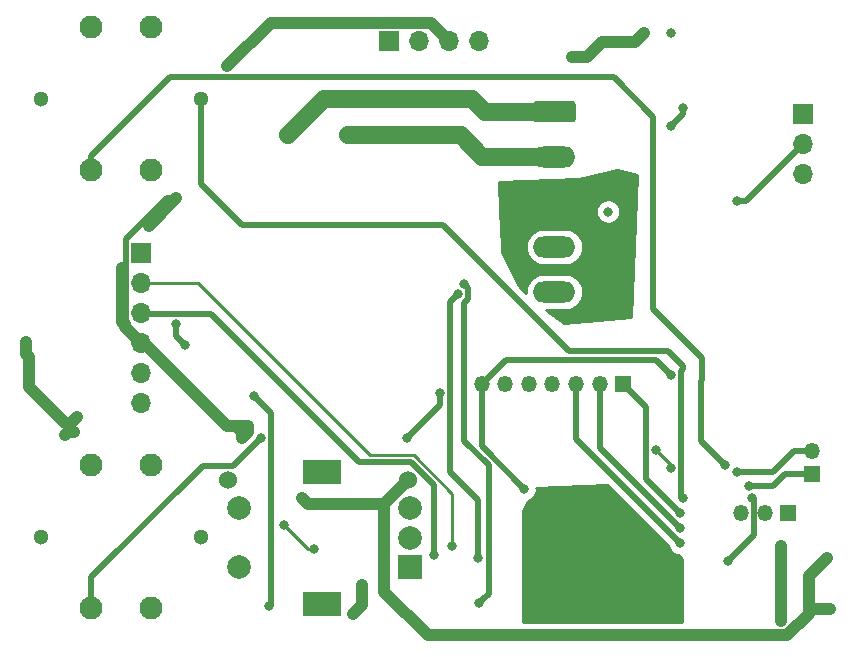
<source format=gbr>
%TF.GenerationSoftware,KiCad,Pcbnew,(5.1.6)-1*%
%TF.CreationDate,2022-02-08T04:05:35+01:00*%
%TF.ProjectId,Thermostat,54686572-6d6f-4737-9461-742e6b696361,rev?*%
%TF.SameCoordinates,Original*%
%TF.FileFunction,Copper,L2,Bot*%
%TF.FilePolarity,Positive*%
%FSLAX46Y46*%
G04 Gerber Fmt 4.6, Leading zero omitted, Abs format (unit mm)*
G04 Created by KiCad (PCBNEW (5.1.6)-1) date 2022-02-08 04:05:35*
%MOMM*%
%LPD*%
G01*
G04 APERTURE LIST*
%TA.AperFunction,ComponentPad*%
%ADD10C,1.300000*%
%TD*%
%TA.AperFunction,ComponentPad*%
%ADD11C,1.950000*%
%TD*%
%TA.AperFunction,ComponentPad*%
%ADD12O,1.350000X1.350000*%
%TD*%
%TA.AperFunction,ComponentPad*%
%ADD13R,1.350000X1.350000*%
%TD*%
%TA.AperFunction,ComponentPad*%
%ADD14O,1.700000X1.700000*%
%TD*%
%TA.AperFunction,ComponentPad*%
%ADD15R,1.700000X1.700000*%
%TD*%
%TA.AperFunction,ComponentPad*%
%ADD16C,1.524000*%
%TD*%
%TA.AperFunction,ComponentPad*%
%ADD17R,2.000000X2.000000*%
%TD*%
%TA.AperFunction,ComponentPad*%
%ADD18C,2.000000*%
%TD*%
%TA.AperFunction,ComponentPad*%
%ADD19R,3.200000X2.000000*%
%TD*%
%TA.AperFunction,ComponentPad*%
%ADD20O,3.600000X1.800000*%
%TD*%
%TA.AperFunction,ViaPad*%
%ADD21C,0.800000*%
%TD*%
%TA.AperFunction,Conductor*%
%ADD22C,0.250000*%
%TD*%
%TA.AperFunction,Conductor*%
%ADD23C,1.000000*%
%TD*%
%TA.AperFunction,Conductor*%
%ADD24C,0.500000*%
%TD*%
%TA.AperFunction,Conductor*%
%ADD25C,1.500000*%
%TD*%
%TA.AperFunction,Conductor*%
%ADD26C,0.254000*%
%TD*%
G04 APERTURE END LIST*
D10*
%TO.P,S2,MH4*%
%TO.N,LEDDown*%
X80556000Y-87588000D03*
%TO.P,S2,MH3*%
%TO.N,Net-(R9-Pad1)*%
X67056000Y-87588000D03*
D11*
%TO.P,S2,C4*%
%TO.N,Net-(S2-PadC4)*%
X76306000Y-93638000D03*
%TO.P,S2,C3*%
%TO.N,DOWN*%
X71306000Y-93638000D03*
%TO.P,S2,C2*%
%TO.N,GND*%
X76306000Y-81538000D03*
%TO.P,S2,C1*%
X71306000Y-81538000D03*
%TD*%
D10*
%TO.P,S1,MH4*%
%TO.N,LEDUP*%
X80556000Y-50504000D03*
%TO.P,S1,MH3*%
%TO.N,Net-(R10-Pad1)*%
X67056000Y-50504000D03*
D11*
%TO.P,S1,C4*%
%TO.N,Net-(S1-PadC4)*%
X76306000Y-56554000D03*
%TO.P,S1,C3*%
%TO.N,UP*%
X71306000Y-56554000D03*
%TO.P,S1,C2*%
%TO.N,GND*%
X76306000Y-44454000D03*
%TO.P,S1,C1*%
X71306000Y-44454000D03*
%TD*%
D12*
%TO.P,J6,3*%
%TO.N,GPIO34*%
X126302000Y-85598000D03*
%TO.P,J6,2*%
%TO.N,GPIO39*%
X128302000Y-85598000D03*
D13*
%TO.P,J6,1*%
%TO.N,GPIO36*%
X130302000Y-85598000D03*
%TD*%
D12*
%TO.P,J5,2*%
%TO.N,GPIO27*%
X132334000Y-80296000D03*
D13*
%TO.P,J5,1*%
%TO.N,GPIO26*%
X132334000Y-82296000D03*
%TD*%
D12*
%TO.P,J4,7*%
%TO.N,DHT*%
X104332000Y-74676000D03*
%TO.P,J4,6*%
%TO.N,GPIO4*%
X106332000Y-74676000D03*
%TO.P,J4,5*%
%TO.N,GPIO2*%
X108332000Y-74676000D03*
%TO.P,J4,4*%
%TO.N,GPIO15*%
X110332000Y-74676000D03*
%TO.P,J4,3*%
%TO.N,GPIO35*%
X112332000Y-74676000D03*
%TO.P,J4,2*%
%TO.N,GPIO32*%
X114332000Y-74676000D03*
D13*
%TO.P,J4,1*%
%TO.N,GPIO33*%
X116332000Y-74676000D03*
%TD*%
D14*
%TO.P,J7,3*%
%TO.N,+3V3*%
X131572000Y-56896000D03*
%TO.P,J7,2*%
%TO.N,DHT*%
X131572000Y-54356000D03*
D15*
%TO.P,J7,1*%
%TO.N,GND*%
X131572000Y-51816000D03*
%TD*%
D16*
%TO.P,U2,2*%
%TO.N,GND*%
X82880000Y-82810000D03*
%TO.P,U2,3*%
%TO.N,+3V3*%
X98120000Y-82810000D03*
%TO.P,U2,1*%
%TO.N,AC_L*%
X87960000Y-53600000D03*
%TO.P,U2,0*%
%TO.N,AC_N*%
X93040000Y-53600000D03*
%TD*%
D17*
%TO.P,SW1,A*%
%TO.N,ROTA*%
X98298000Y-90170000D03*
D18*
%TO.P,SW1,C*%
%TO.N,GND*%
X98298000Y-87670000D03*
%TO.P,SW1,B*%
%TO.N,ROTB*%
X98298000Y-85170000D03*
D19*
%TO.P,SW1,MP*%
%TO.N,N/C*%
X90798000Y-93270000D03*
X90798000Y-82070000D03*
D18*
%TO.P,SW1,S2*%
%TO.N,RotarySwitch*%
X83798000Y-90170000D03*
%TO.P,SW1,S1*%
%TO.N,GND*%
X83798000Y-85170000D03*
%TD*%
D14*
%TO.P,J3,6*%
%TO.N,GND*%
X75500000Y-76300000D03*
%TO.P,J3,5*%
%TO.N,RTS*%
X75500000Y-73760000D03*
%TO.P,J3,4*%
%TO.N,+3V3*%
X75500000Y-71220000D03*
%TO.P,J3,3*%
%TO.N,USART_RX*%
X75500000Y-68680000D03*
%TO.P,J3,2*%
%TO.N,USART_TX*%
X75500000Y-66140000D03*
D15*
%TO.P,J3,1*%
%TO.N,DTR*%
X75500000Y-63600000D03*
%TD*%
D14*
%TO.P,J2,4*%
%TO.N,GND*%
X104120000Y-45600000D03*
%TO.P,J2,3*%
%TO.N,+3V3*%
X101580000Y-45600000D03*
%TO.P,J2,2*%
%TO.N,SCL*%
X99040000Y-45600000D03*
D15*
%TO.P,J2,1*%
%TO.N,SDA*%
X96500000Y-45600000D03*
%TD*%
D20*
%TO.P,J1,5*%
%TO.N,Load_N*%
X110500000Y-66840000D03*
%TO.P,J1,4*%
%TO.N,Load_L*%
X110500000Y-63030000D03*
%TO.P,J1,3*%
%TO.N,Earth*%
X110500000Y-59220000D03*
%TO.P,J1,2*%
%TO.N,AC_N*%
X110500000Y-55410000D03*
%TO.P,J1,1*%
%TO.N,AC_L*%
%TA.AperFunction,ComponentPad*%
G36*
G01*
X108950000Y-50700000D02*
X112050000Y-50700000D01*
G75*
G02*
X112300000Y-50950000I0J-250000D01*
G01*
X112300000Y-52250000D01*
G75*
G02*
X112050000Y-52500000I-250000J0D01*
G01*
X108950000Y-52500000D01*
G75*
G02*
X108700000Y-52250000I0J250000D01*
G01*
X108700000Y-50950000D01*
G75*
G02*
X108950000Y-50700000I250000J0D01*
G01*
G37*
%TD.AperFunction*%
%TD*%
D21*
%TO.N,GND*%
X129726000Y-94746000D03*
X129726000Y-88396000D03*
X119126000Y-80264000D03*
X120396000Y-81788000D03*
X87630000Y-86614000D03*
X90170000Y-88646000D03*
X93472000Y-94213001D03*
X94234000Y-91694000D03*
X69088000Y-77978000D03*
X66040000Y-73152000D03*
X116586000Y-45720000D03*
X113284000Y-46990000D03*
X70104000Y-77470000D03*
X69850000Y-78740000D03*
X69088000Y-78994000D03*
X65786000Y-72136000D03*
X65786000Y-71120000D03*
X112014000Y-46990000D03*
X118110000Y-44958000D03*
X120396000Y-44958000D03*
X109982000Y-84328000D03*
X111252000Y-84328000D03*
X113030000Y-84328000D03*
X114554000Y-84328000D03*
X109728000Y-85598000D03*
X108966000Y-87630000D03*
X108966000Y-90424000D03*
X108966000Y-92710000D03*
X109172500Y-93932500D03*
X110998000Y-94234000D03*
X114046000Y-94234000D03*
X116332000Y-93726000D03*
X118872000Y-94234000D03*
X120142000Y-93472000D03*
X119634000Y-89662000D03*
X118872000Y-87884000D03*
X111760000Y-87376000D03*
X111252000Y-90932000D03*
X111252000Y-92710000D03*
X115062000Y-91948000D03*
X117348000Y-92202000D03*
%TO.N,+3V3*%
X82804000Y-47752000D03*
X78486000Y-58928000D03*
X83566000Y-78232000D03*
X89662000Y-84836000D03*
X132080000Y-93980000D03*
X133604000Y-89408000D03*
X84074000Y-79248000D03*
X89154000Y-84328000D03*
X84582000Y-78232000D03*
X133795020Y-93726000D03*
%TO.N,RESET*%
X85090000Y-75692000D03*
X86360000Y-93472000D03*
%TO.N,Load_L*%
X115050000Y-60060000D03*
%TO.N,SCL*%
X104140000Y-93218000D03*
X102804989Y-66159471D03*
%TO.N,SDA*%
X102362000Y-67056000D03*
X104072000Y-89412000D03*
%TO.N,USART_RX*%
X100330000Y-89154000D03*
%TO.N,USART_TX*%
X101854000Y-88392000D03*
%TO.N,BOOT*%
X79248000Y-71374000D03*
X78486000Y-69596000D03*
%TO.N,Net-(R4-Pad1)*%
X120396000Y-52832000D03*
X121412000Y-51308000D03*
%TO.N,DOWN*%
X100838000Y-75438000D03*
X98044000Y-79248000D03*
X85635000Y-79248000D03*
%TO.N,UP*%
X124968000Y-81534000D03*
%TO.N,GPIO39*%
X125196460Y-89636460D03*
X127254000Y-84328000D03*
%TO.N,GPIO35*%
X121158000Y-88138000D03*
%TO.N,GPIO33*%
X121158000Y-85598000D03*
%TO.N,GPIO32*%
X121158000Y-86868000D03*
%TO.N,GPIO27*%
X125948979Y-82077021D03*
%TO.N,GPIO26*%
X127000000Y-83312000D03*
%TO.N,LEDUP*%
X121412000Y-84328000D03*
%TO.N,Earth*%
X115316000Y-57658000D03*
X115062000Y-61468000D03*
X106934000Y-58420000D03*
X106680000Y-60452000D03*
%TO.N,DHT*%
X125984000Y-59182000D03*
X120396000Y-73914000D03*
X107950000Y-83566000D03*
%TD*%
D22*
%TO.N,GND*%
X119126000Y-80264000D02*
X120396000Y-81534000D01*
X120396000Y-81534000D02*
X120396000Y-81788000D01*
X87630000Y-86614000D02*
X89662000Y-88646000D01*
X89662000Y-88646000D02*
X90170000Y-88646000D01*
X93472000Y-94213001D02*
X94234000Y-93451001D01*
X94234000Y-93451001D02*
X94234000Y-91694000D01*
D23*
X94234000Y-93350991D02*
X93472000Y-94112991D01*
X94234000Y-91694000D02*
X94234000Y-93350991D01*
X66040000Y-74930000D02*
X66040000Y-73152000D01*
X69088000Y-77978000D02*
X66040000Y-74930000D01*
X69088000Y-77978000D02*
X69596000Y-77978000D01*
X69596000Y-77978000D02*
X70104000Y-77470000D01*
X69342000Y-78740000D02*
X69088000Y-78994000D01*
X69850000Y-78740000D02*
X69342000Y-78740000D01*
X66040000Y-73152000D02*
X66040000Y-72390000D01*
X66040000Y-72390000D02*
X65786000Y-72136000D01*
X65786000Y-71120000D02*
X65786000Y-72136000D01*
X114554000Y-45720000D02*
X113284000Y-46990000D01*
X116586000Y-45720000D02*
X114554000Y-45720000D01*
X113284000Y-46990000D02*
X112014000Y-46990000D01*
X116586000Y-45720000D02*
X117348000Y-45720000D01*
X117348000Y-45720000D02*
X118110000Y-44958000D01*
X129726000Y-88396000D02*
X129726000Y-94746000D01*
D24*
%TO.N,+3V3*%
X74199999Y-69919999D02*
X75500000Y-71220000D01*
X74199999Y-62389999D02*
X74199999Y-69919999D01*
X77661998Y-58928000D02*
X74199999Y-62389999D01*
X78486000Y-58928000D02*
X77661998Y-58928000D01*
D23*
X96094000Y-84836000D02*
X89662000Y-84836000D01*
X98120000Y-82810000D02*
X96094000Y-84836000D01*
X75745998Y-71220000D02*
X75500000Y-71220000D01*
X82757998Y-78232000D02*
X75745998Y-71220000D01*
X83566000Y-78232000D02*
X82757998Y-78232000D01*
X89154000Y-84328000D02*
X89662000Y-84836000D01*
X83566000Y-78232000D02*
X84582000Y-78232000D01*
X84582000Y-78740000D02*
X84074000Y-79248000D01*
X84582000Y-78232000D02*
X84582000Y-78740000D01*
X84074000Y-78740000D02*
X83566000Y-78232000D01*
X84074000Y-79248000D02*
X84074000Y-78740000D01*
X74144999Y-69864999D02*
X74144999Y-69619001D01*
X75500000Y-71220000D02*
X74144999Y-69864999D01*
X74144999Y-69619001D02*
X73914000Y-69388002D01*
X73914000Y-69388002D02*
X73914000Y-64833998D01*
X78486000Y-58928000D02*
X76149439Y-61264561D01*
X86506001Y-44049999D02*
X100029999Y-44049999D01*
X100029999Y-44049999D02*
X101580000Y-45600000D01*
X82804000Y-47752000D02*
X86506001Y-44049999D01*
X132080000Y-90932000D02*
X133604000Y-89408000D01*
X132080000Y-93980000D02*
X132080000Y-90932000D01*
X132334000Y-93726000D02*
X132080000Y-93980000D01*
X133795020Y-93726000D02*
X132334000Y-93726000D01*
X96094000Y-84836000D02*
X96094000Y-92284000D01*
X132080000Y-94089070D02*
X132080000Y-93980000D01*
X130223060Y-95946010D02*
X132080000Y-94089070D01*
X99756010Y-95946010D02*
X130223060Y-95946010D01*
X96094000Y-92284000D02*
X99756010Y-95946010D01*
D24*
%TO.N,RESET*%
X86485001Y-93346999D02*
X86360000Y-93472000D01*
X86485001Y-77087001D02*
X86485001Y-93346999D01*
X85090000Y-75692000D02*
X86485001Y-77087001D01*
D25*
%TO.N,AC_L*%
X110500000Y-51600000D02*
X104614000Y-51600000D01*
X104614000Y-51600000D02*
X103564000Y-50550000D01*
X91010000Y-50550000D02*
X87960000Y-53600000D01*
X103564000Y-50550000D02*
X91010000Y-50550000D01*
%TO.N,AC_N*%
X93040000Y-53600000D02*
X102550000Y-53600000D01*
X104360000Y-55410000D02*
X110500000Y-55410000D01*
X102550000Y-53600000D02*
X104360000Y-55410000D01*
D24*
%TO.N,SCL*%
X104140000Y-93218000D02*
X104648000Y-92710000D01*
D22*
X104797001Y-92560999D02*
X104648000Y-92710000D01*
X104797001Y-83792285D02*
X104797001Y-92560999D01*
X102804989Y-66159471D02*
X103087001Y-66441483D01*
D24*
X103212001Y-66566483D02*
X102804989Y-66159471D01*
X103212001Y-67464001D02*
X103212001Y-66566483D01*
X102870000Y-79475962D02*
X102870000Y-67806002D01*
X104922001Y-81527963D02*
X102870000Y-79475962D01*
X102870000Y-67806002D02*
X103212001Y-67464001D01*
X104922001Y-92435999D02*
X104922001Y-81527963D01*
X104140000Y-93218000D02*
X104922001Y-92435999D01*
%TO.N,SDA*%
X104072000Y-89412000D02*
X104072000Y-84514000D01*
X101688001Y-67729999D02*
X102362000Y-67056000D01*
X101688001Y-82130001D02*
X101688001Y-67729999D01*
X104072000Y-84514000D02*
X101688001Y-82130001D01*
%TO.N,USART_RX*%
X100330000Y-83226238D02*
X98383762Y-81280000D01*
X100330000Y-89154000D02*
X100330000Y-83226238D01*
X98383762Y-81280000D02*
X93980000Y-81280000D01*
X75565999Y-68745999D02*
X75500000Y-68680000D01*
X81445999Y-68745999D02*
X75565999Y-68745999D01*
X93980000Y-81280000D02*
X81445999Y-68745999D01*
D22*
%TO.N,USART_TX*%
X94928990Y-80704990D02*
X80364000Y-66140000D01*
X98621938Y-80704990D02*
X94928990Y-80704990D01*
X80364000Y-66140000D02*
X75500000Y-66140000D01*
X101854000Y-83937052D02*
X98621938Y-80704990D01*
X101854000Y-88392000D02*
X101854000Y-83937052D01*
D24*
%TO.N,BOOT*%
X78486000Y-70612000D02*
X79248000Y-71374000D01*
X78486000Y-69596000D02*
X78486000Y-70612000D01*
%TO.N,Net-(R4-Pad1)*%
X121412000Y-51816000D02*
X120396000Y-52832000D01*
X121412000Y-51308000D02*
X121412000Y-51816000D01*
%TO.N,DOWN*%
X100838000Y-75438000D02*
X100838000Y-76454000D01*
X100838000Y-76454000D02*
X98044000Y-79248000D01*
X80707778Y-81597999D02*
X71306000Y-90999777D01*
X83285001Y-81597999D02*
X80707778Y-81597999D01*
X71306000Y-90999777D02*
X71306000Y-93638000D01*
X85635000Y-79248000D02*
X83285001Y-81597999D01*
%TO.N,UP*%
X122936000Y-79502000D02*
X124968000Y-81534000D01*
X122936000Y-74410002D02*
X122936000Y-79502000D01*
X123024001Y-74322001D02*
X122936000Y-74410002D01*
X123024001Y-72466003D02*
X123024001Y-74322001D01*
X71306000Y-55355998D02*
X77959989Y-48702009D01*
X118872000Y-68314002D02*
X123024001Y-72466003D01*
X71306000Y-56554000D02*
X71306000Y-55355998D01*
X118872000Y-52070000D02*
X118872000Y-68314002D01*
X77959989Y-48702009D02*
X115504009Y-48702009D01*
X115504009Y-48702009D02*
X118872000Y-52070000D01*
%TO.N,GPIO39*%
X125196460Y-89636460D02*
X127427001Y-87405919D01*
X127427001Y-84501001D02*
X127254000Y-84328000D01*
X127427001Y-87405919D02*
X127427001Y-84501001D01*
%TO.N,GPIO35*%
X112332000Y-79312000D02*
X112332000Y-74676000D01*
X121158000Y-88138000D02*
X112332000Y-79312000D01*
%TO.N,GPIO33*%
X118275999Y-76619999D02*
X116332000Y-74676000D01*
X118275999Y-82715999D02*
X118275999Y-76619999D01*
X121158000Y-85598000D02*
X118275999Y-82715999D01*
%TO.N,GPIO32*%
X114332000Y-80042000D02*
X114332000Y-74676000D01*
X121158000Y-86868000D02*
X114332000Y-80042000D01*
%TO.N,GPIO27*%
X125948979Y-82077021D02*
X128996979Y-82077021D01*
X130778000Y-80296000D02*
X132334000Y-80296000D01*
X128996979Y-82077021D02*
X130778000Y-80296000D01*
%TO.N,GPIO26*%
X127000000Y-83312000D02*
X129032000Y-83312000D01*
X130048000Y-82296000D02*
X132334000Y-82296000D01*
X129032000Y-83312000D02*
X130048000Y-82296000D01*
%TO.N,LEDUP*%
X80556000Y-57696000D02*
X84074000Y-61214000D01*
X80556000Y-50504000D02*
X80556000Y-57696000D01*
X101077002Y-61214000D02*
X111752501Y-71889499D01*
X84074000Y-61214000D02*
X101077002Y-61214000D01*
X120149499Y-71889499D02*
X121412000Y-73152000D01*
X111752501Y-71889499D02*
X120149499Y-71889499D01*
X121246001Y-84162001D02*
X121412000Y-84328000D01*
X121246001Y-73571999D02*
X121246001Y-84162001D01*
X121412000Y-73406000D02*
X121246001Y-73571999D01*
X121412000Y-73152000D02*
X121412000Y-73406000D01*
%TO.N,DHT*%
X126746000Y-59182000D02*
X125984000Y-59182000D01*
X131572000Y-54356000D02*
X126746000Y-59182000D01*
X104332000Y-79948000D02*
X104332000Y-74676000D01*
X107950000Y-83566000D02*
X104332000Y-79948000D01*
X119071509Y-72589509D02*
X120396000Y-73914000D01*
X104332000Y-74676000D02*
X106418491Y-72589509D01*
X106418491Y-72589509D02*
X119071509Y-72589509D01*
%TD*%
D26*
%TO.N,Earth*%
G36*
X117470946Y-56990639D02*
G01*
X116971758Y-68971150D01*
X111287683Y-69465417D01*
X109761099Y-68375000D01*
X111475408Y-68375000D01*
X111700913Y-68352790D01*
X111990261Y-68265017D01*
X112256927Y-68122481D01*
X112490661Y-67930661D01*
X112682481Y-67696927D01*
X112825017Y-67430261D01*
X112912790Y-67140913D01*
X112942427Y-66840000D01*
X112912790Y-66539087D01*
X112825017Y-66249739D01*
X112682481Y-65983073D01*
X112490661Y-65749339D01*
X112256927Y-65557519D01*
X111990261Y-65414983D01*
X111700913Y-65327210D01*
X111475408Y-65305000D01*
X109524592Y-65305000D01*
X109299087Y-65327210D01*
X109009739Y-65414983D01*
X108743073Y-65557519D01*
X108509339Y-65749339D01*
X108317519Y-65983073D01*
X108174983Y-66249739D01*
X108087210Y-66539087D01*
X108057573Y-66840000D01*
X108068825Y-66954244D01*
X107505399Y-66390818D01*
X106043758Y-63467535D01*
X106025528Y-63030000D01*
X108057573Y-63030000D01*
X108087210Y-63330913D01*
X108174983Y-63620261D01*
X108317519Y-63886927D01*
X108509339Y-64120661D01*
X108743073Y-64312481D01*
X109009739Y-64455017D01*
X109299087Y-64542790D01*
X109524592Y-64565000D01*
X111475408Y-64565000D01*
X111700913Y-64542790D01*
X111990261Y-64455017D01*
X112256927Y-64312481D01*
X112490661Y-64120661D01*
X112682481Y-63886927D01*
X112825017Y-63620261D01*
X112912790Y-63330913D01*
X112942427Y-63030000D01*
X112912790Y-62729087D01*
X112825017Y-62439739D01*
X112682481Y-62173073D01*
X112490661Y-61939339D01*
X112256927Y-61747519D01*
X111990261Y-61604983D01*
X111700913Y-61517210D01*
X111475408Y-61495000D01*
X109524592Y-61495000D01*
X109299087Y-61517210D01*
X109009739Y-61604983D01*
X108743073Y-61747519D01*
X108509339Y-61939339D01*
X108317519Y-62173073D01*
X108174983Y-62439739D01*
X108087210Y-62729087D01*
X108057573Y-63030000D01*
X106025528Y-63030000D01*
X105897531Y-59958061D01*
X114015000Y-59958061D01*
X114015000Y-60161939D01*
X114054774Y-60361898D01*
X114132795Y-60550256D01*
X114246063Y-60719774D01*
X114390226Y-60863937D01*
X114559744Y-60977205D01*
X114748102Y-61055226D01*
X114948061Y-61095000D01*
X115151939Y-61095000D01*
X115351898Y-61055226D01*
X115540256Y-60977205D01*
X115709774Y-60863937D01*
X115853937Y-60719774D01*
X115967205Y-60550256D01*
X116045226Y-60361898D01*
X116085000Y-60161939D01*
X116085000Y-59958061D01*
X116045226Y-59758102D01*
X115967205Y-59569744D01*
X115853937Y-59400226D01*
X115709774Y-59256063D01*
X115540256Y-59142795D01*
X115351898Y-59064774D01*
X115151939Y-59025000D01*
X114948061Y-59025000D01*
X114748102Y-59064774D01*
X114559744Y-59142795D01*
X114390226Y-59256063D01*
X114246063Y-59400226D01*
X114132795Y-59569744D01*
X114054774Y-59758102D01*
X114015000Y-59958061D01*
X105897531Y-59958061D01*
X105796202Y-57526191D01*
X112526700Y-57276913D01*
X112550557Y-57273748D01*
X115820622Y-56519118D01*
X117470946Y-56990639D01*
G37*
X117470946Y-56990639D02*
X116971758Y-68971150D01*
X111287683Y-69465417D01*
X109761099Y-68375000D01*
X111475408Y-68375000D01*
X111700913Y-68352790D01*
X111990261Y-68265017D01*
X112256927Y-68122481D01*
X112490661Y-67930661D01*
X112682481Y-67696927D01*
X112825017Y-67430261D01*
X112912790Y-67140913D01*
X112942427Y-66840000D01*
X112912790Y-66539087D01*
X112825017Y-66249739D01*
X112682481Y-65983073D01*
X112490661Y-65749339D01*
X112256927Y-65557519D01*
X111990261Y-65414983D01*
X111700913Y-65327210D01*
X111475408Y-65305000D01*
X109524592Y-65305000D01*
X109299087Y-65327210D01*
X109009739Y-65414983D01*
X108743073Y-65557519D01*
X108509339Y-65749339D01*
X108317519Y-65983073D01*
X108174983Y-66249739D01*
X108087210Y-66539087D01*
X108057573Y-66840000D01*
X108068825Y-66954244D01*
X107505399Y-66390818D01*
X106043758Y-63467535D01*
X106025528Y-63030000D01*
X108057573Y-63030000D01*
X108087210Y-63330913D01*
X108174983Y-63620261D01*
X108317519Y-63886927D01*
X108509339Y-64120661D01*
X108743073Y-64312481D01*
X109009739Y-64455017D01*
X109299087Y-64542790D01*
X109524592Y-64565000D01*
X111475408Y-64565000D01*
X111700913Y-64542790D01*
X111990261Y-64455017D01*
X112256927Y-64312481D01*
X112490661Y-64120661D01*
X112682481Y-63886927D01*
X112825017Y-63620261D01*
X112912790Y-63330913D01*
X112942427Y-63030000D01*
X112912790Y-62729087D01*
X112825017Y-62439739D01*
X112682481Y-62173073D01*
X112490661Y-61939339D01*
X112256927Y-61747519D01*
X111990261Y-61604983D01*
X111700913Y-61517210D01*
X111475408Y-61495000D01*
X109524592Y-61495000D01*
X109299087Y-61517210D01*
X109009739Y-61604983D01*
X108743073Y-61747519D01*
X108509339Y-61939339D01*
X108317519Y-62173073D01*
X108174983Y-62439739D01*
X108087210Y-62729087D01*
X108057573Y-63030000D01*
X106025528Y-63030000D01*
X105897531Y-59958061D01*
X114015000Y-59958061D01*
X114015000Y-60161939D01*
X114054774Y-60361898D01*
X114132795Y-60550256D01*
X114246063Y-60719774D01*
X114390226Y-60863937D01*
X114559744Y-60977205D01*
X114748102Y-61055226D01*
X114948061Y-61095000D01*
X115151939Y-61095000D01*
X115351898Y-61055226D01*
X115540256Y-60977205D01*
X115709774Y-60863937D01*
X115853937Y-60719774D01*
X115967205Y-60550256D01*
X116045226Y-60361898D01*
X116085000Y-60161939D01*
X116085000Y-59958061D01*
X116045226Y-59758102D01*
X115967205Y-59569744D01*
X115853937Y-59400226D01*
X115709774Y-59256063D01*
X115540256Y-59142795D01*
X115351898Y-59064774D01*
X115151939Y-59025000D01*
X114948061Y-59025000D01*
X114748102Y-59064774D01*
X114559744Y-59142795D01*
X114390226Y-59256063D01*
X114246063Y-59400226D01*
X114132795Y-59569744D01*
X114054774Y-59758102D01*
X114015000Y-59958061D01*
X105897531Y-59958061D01*
X105796202Y-57526191D01*
X112526700Y-57276913D01*
X112550557Y-57273748D01*
X115820622Y-56519118D01*
X117470946Y-56990639D01*
%TO.N,GND*%
G36*
X120151465Y-88383044D02*
G01*
X120162774Y-88439898D01*
X120240795Y-88628256D01*
X120354063Y-88797774D01*
X120498226Y-88941937D01*
X120667744Y-89055205D01*
X120856102Y-89133226D01*
X120982827Y-89158433D01*
X121285000Y-89460606D01*
X121285000Y-94811010D01*
X107823000Y-94811010D01*
X107823000Y-85373980D01*
X108226890Y-84566200D01*
X108251898Y-84561226D01*
X108440256Y-84483205D01*
X108609774Y-84369937D01*
X108753937Y-84225774D01*
X108867205Y-84056256D01*
X108945226Y-83867898D01*
X108985000Y-83667939D01*
X108985000Y-83464061D01*
X108977920Y-83428465D01*
X114957695Y-83189274D01*
X120151465Y-88383044D01*
G37*
X120151465Y-88383044D02*
X120162774Y-88439898D01*
X120240795Y-88628256D01*
X120354063Y-88797774D01*
X120498226Y-88941937D01*
X120667744Y-89055205D01*
X120856102Y-89133226D01*
X120982827Y-89158433D01*
X121285000Y-89460606D01*
X121285000Y-94811010D01*
X107823000Y-94811010D01*
X107823000Y-85373980D01*
X108226890Y-84566200D01*
X108251898Y-84561226D01*
X108440256Y-84483205D01*
X108609774Y-84369937D01*
X108753937Y-84225774D01*
X108867205Y-84056256D01*
X108945226Y-83867898D01*
X108985000Y-83667939D01*
X108985000Y-83464061D01*
X108977920Y-83428465D01*
X114957695Y-83189274D01*
X120151465Y-88383044D01*
%TD*%
M02*

</source>
